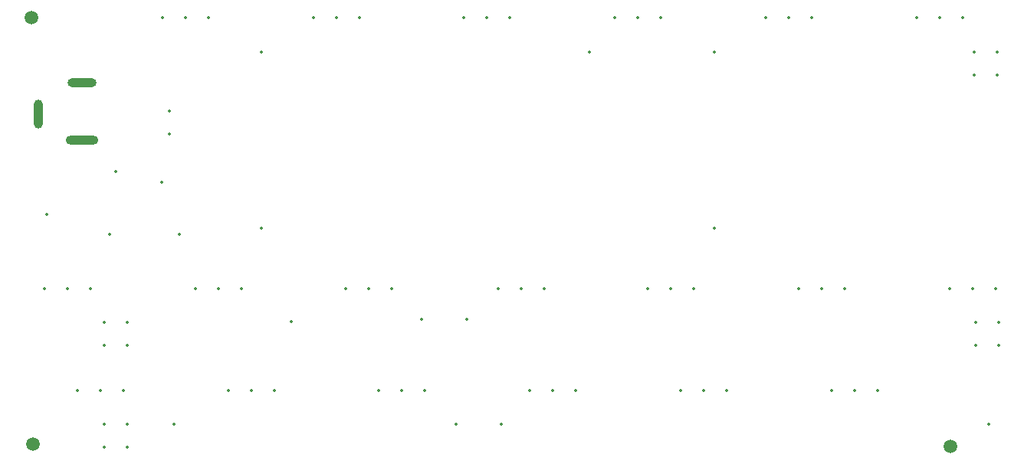
<source format=gbr>
G04 #@! TF.GenerationSoftware,KiCad,Pcbnew,9.0.0*
G04 #@! TF.CreationDate,2025-07-21T20:03:55+02:00*
G04 #@! TF.ProjectId,PowerPCB,506f7765-7250-4434-922e-6b696361645f,rev?*
G04 #@! TF.SameCoordinates,Original*
G04 #@! TF.FileFunction,Other,ECO1*
%FSLAX46Y46*%
G04 Gerber Fmt 4.6, Leading zero omitted, Abs format (unit mm)*
G04 Created by KiCad (PCBNEW 9.0.0) date 2025-07-21 20:03:55*
%MOMM*%
%LPD*%
G01*
G04 APERTURE LIST*
%ADD10C,1.500000*%
%ADD11C,0.350000*%
%ADD12O,3.600000X1.000000*%
%ADD13O,3.200000X1.000000*%
%ADD14O,1.000000X3.200000*%
G04 APERTURE END LIST*
D10*
G04 #@! TO.C,FID2*
X60500000Y-80400000D03*
G04 #@! TD*
G04 #@! TO.C,FID1*
X60300000Y-33200000D03*
G04 #@! TD*
G04 #@! TO.C,FID3*
X161800000Y-80600000D03*
G04 #@! TD*
D11*
X108109000Y-33250000D03*
X110649000Y-33250000D03*
X113189000Y-33250000D03*
X82057800Y-74450000D03*
X84597800Y-74450000D03*
X87137800Y-74450000D03*
X103397349Y-66600000D03*
X108397349Y-66600000D03*
X107197349Y-78200000D03*
X112197349Y-78200000D03*
X164600000Y-66926000D03*
X167140000Y-69466000D03*
X167140000Y-66926000D03*
X164600000Y-69466000D03*
X128408200Y-63201000D03*
X130948200Y-63201000D03*
X133488200Y-63201000D03*
X166050000Y-78150000D03*
X85750000Y-37000000D03*
X85750000Y-56500000D03*
X135750000Y-56500000D03*
X135750000Y-37000000D03*
X65395400Y-74450000D03*
X67935400Y-74450000D03*
X70475400Y-74450000D03*
X115382600Y-74450000D03*
X117922600Y-74450000D03*
X120462600Y-74450000D03*
X61758600Y-63201000D03*
X64298600Y-63201000D03*
X66838600Y-63201000D03*
X74784200Y-33250000D03*
X77324200Y-33250000D03*
X79864200Y-33250000D03*
X68925000Y-57200000D03*
X76675000Y-57200000D03*
X68335000Y-69441000D03*
X70875000Y-66901000D03*
X68335000Y-66901000D03*
X70875000Y-69441000D03*
D12*
X65900000Y-46749000D03*
D13*
X65900000Y-40449000D03*
D14*
X61100000Y-43849000D03*
D11*
X62000000Y-55000000D03*
X98720200Y-74450000D03*
X101260200Y-74450000D03*
X103800200Y-74450000D03*
X95075000Y-63200000D03*
X97615000Y-63200000D03*
X100155000Y-63200000D03*
X78421000Y-63201000D03*
X80961000Y-63201000D03*
X83501000Y-63201000D03*
X75600000Y-46045000D03*
X75600000Y-43505000D03*
X141433800Y-33250000D03*
X143973800Y-33250000D03*
X146513800Y-33250000D03*
X124771400Y-33250000D03*
X127311400Y-33250000D03*
X129851400Y-33250000D03*
X68335000Y-80690000D03*
X70875000Y-78150000D03*
X68335000Y-78150000D03*
X70875000Y-80690000D03*
X164500000Y-37000000D03*
X167040000Y-39540000D03*
X167040000Y-37000000D03*
X164500000Y-39540000D03*
X158096200Y-33250000D03*
X160636200Y-33250000D03*
X163176200Y-33250000D03*
X161733000Y-63201000D03*
X164273000Y-63201000D03*
X166813000Y-63201000D03*
X76050000Y-78150000D03*
X145070600Y-63201000D03*
X147610600Y-63201000D03*
X150150600Y-63201000D03*
X89000000Y-66851000D03*
X111875000Y-63200000D03*
X114415000Y-63200000D03*
X116955000Y-63200000D03*
X148707400Y-74450000D03*
X151247400Y-74450000D03*
X153787400Y-74450000D03*
X122000000Y-37000000D03*
X69600000Y-50200000D03*
X74700000Y-51400000D03*
X132045000Y-74450000D03*
X134585000Y-74450000D03*
X137125000Y-74450000D03*
X91446600Y-33250000D03*
X93986600Y-33250000D03*
X96526600Y-33250000D03*
M02*

</source>
